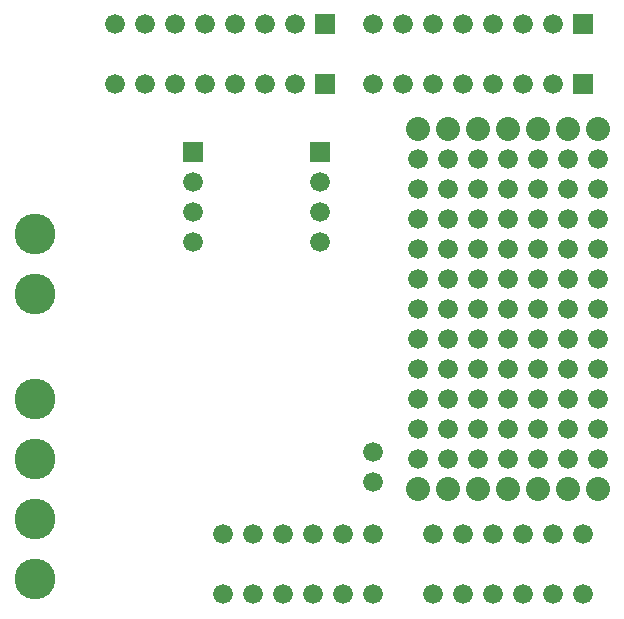
<source format=gbs>
G75*
G70*
%OFA0B0*%
%FSLAX24Y24*%
%IPPOS*%
%LPD*%
%AMOC8*
5,1,8,0,0,1.08239X$1,22.5*
%
%ADD10C,0.0660*%
%ADD11R,0.0660X0.0660*%
%ADD12C,0.1360*%
%ADD13C,0.0800*%
D10*
X009680Y001180D03*
X010680Y001180D03*
X011680Y001180D03*
X012680Y001180D03*
X013680Y001180D03*
X014680Y001180D03*
X016680Y001180D03*
X017680Y001180D03*
X018680Y001180D03*
X019680Y001180D03*
X020680Y001180D03*
X021680Y001180D03*
X021680Y003180D03*
X020680Y003180D03*
X019680Y003180D03*
X018680Y003180D03*
X017680Y003180D03*
X016680Y003180D03*
X014680Y003180D03*
X013680Y003180D03*
X012680Y003180D03*
X011680Y003180D03*
X010680Y003180D03*
X009680Y003180D03*
X014680Y004930D03*
X014680Y005930D03*
X016180Y005680D03*
X016180Y006680D03*
X016180Y007680D03*
X016180Y008680D03*
X016180Y009680D03*
X016180Y010680D03*
X016180Y011680D03*
X016180Y012680D03*
X016180Y013680D03*
X016180Y014680D03*
X016180Y015680D03*
X017180Y015680D03*
X018180Y015680D03*
X019180Y015680D03*
X020180Y015680D03*
X021180Y015680D03*
X022180Y015680D03*
X022180Y014680D03*
X021180Y014680D03*
X020180Y014680D03*
X019180Y014680D03*
X018180Y014680D03*
X017180Y014680D03*
X017180Y013680D03*
X017180Y012680D03*
X018180Y012680D03*
X018180Y013680D03*
X019180Y013680D03*
X019180Y012680D03*
X020180Y012680D03*
X020180Y013680D03*
X021180Y013680D03*
X021180Y012680D03*
X022180Y012680D03*
X022180Y013680D03*
X022180Y011680D03*
X021180Y011680D03*
X020180Y011680D03*
X019180Y011680D03*
X018180Y011680D03*
X017180Y011680D03*
X017180Y010680D03*
X017180Y009680D03*
X018180Y009680D03*
X018180Y010680D03*
X019180Y010680D03*
X019180Y009680D03*
X020180Y009680D03*
X020180Y010680D03*
X021180Y010680D03*
X021180Y009680D03*
X022180Y009680D03*
X022180Y010680D03*
X022180Y008680D03*
X021180Y008680D03*
X020180Y008680D03*
X019180Y008680D03*
X018180Y008680D03*
X017180Y008680D03*
X017180Y007680D03*
X017180Y006680D03*
X018180Y006680D03*
X018180Y007680D03*
X019180Y007680D03*
X019180Y006680D03*
X020180Y006680D03*
X020180Y007680D03*
X021180Y007680D03*
X021180Y006680D03*
X022180Y006680D03*
X022180Y007680D03*
X022180Y005680D03*
X021180Y005680D03*
X020180Y005680D03*
X019180Y005680D03*
X018180Y005680D03*
X017180Y005680D03*
X012930Y012930D03*
X012930Y013930D03*
X012930Y014930D03*
X012080Y018180D03*
X011080Y018180D03*
X010080Y018180D03*
X009080Y018180D03*
X008080Y018180D03*
X007080Y018180D03*
X006080Y018180D03*
X006080Y020180D03*
X007080Y020180D03*
X008080Y020180D03*
X009080Y020180D03*
X010080Y020180D03*
X011080Y020180D03*
X012080Y020180D03*
X014680Y020180D03*
X015680Y020180D03*
X016680Y020180D03*
X017680Y020180D03*
X018680Y020180D03*
X019680Y020180D03*
X020680Y020180D03*
X020680Y018180D03*
X019680Y018180D03*
X018680Y018180D03*
X017680Y018180D03*
X016680Y018180D03*
X015680Y018180D03*
X014680Y018180D03*
X008680Y014930D03*
X008680Y013930D03*
X008680Y012930D03*
D11*
X008680Y015930D03*
X012930Y015930D03*
X013080Y018180D03*
X013080Y020180D03*
X021680Y020180D03*
X021680Y018180D03*
D12*
X003430Y001680D03*
X003430Y003680D03*
X003430Y005680D03*
X003430Y007680D03*
X003430Y011180D03*
X003430Y013180D03*
D13*
X016180Y016680D03*
X017180Y016680D03*
X018180Y016680D03*
X019180Y016680D03*
X020180Y016680D03*
X021180Y016680D03*
X022180Y016680D03*
X022180Y004680D03*
X021180Y004680D03*
X020180Y004680D03*
X019180Y004680D03*
X018180Y004680D03*
X017180Y004680D03*
X016180Y004680D03*
M02*

</source>
